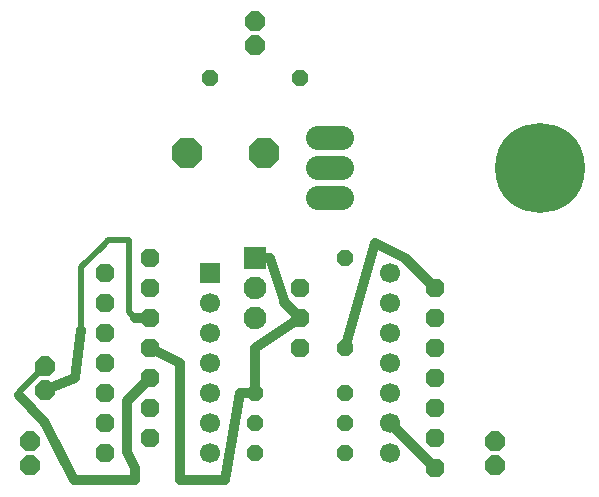
<source format=gbr>
%TF.GenerationSoftware,KiCad,Pcbnew,7.0.9*%
%TF.CreationDate,2023-11-20T12:38:18-05:00*%
%TF.ProjectId,brobot_v1,62726f62-6f74-45f7-9631-2e6b69636164,rev?*%
%TF.SameCoordinates,Original*%
%TF.FileFunction,Copper,L16,Bot*%
%TF.FilePolarity,Positive*%
%FSLAX46Y46*%
G04 Gerber Fmt 4.6, Leading zero omitted, Abs format (unit mm)*
G04 Created by KiCad (PCBNEW 7.0.9) date 2023-11-20 12:38:18*
%MOMM*%
%LPD*%
G01*
G04 APERTURE LIST*
G04 Aperture macros list*
%AMOutline5P*
0 Free polygon, 5 corners , with rotation*
0 The origin of the aperture is its center*
0 number of corners: always 5*
0 $1 to $10 corner X, Y*
0 $11 Rotation angle, in degrees counterclockwise*
0 create outline with 5 corners*
4,1,5,$1,$2,$3,$4,$5,$6,$7,$8,$9,$10,$1,$2,$11*%
%AMOutline6P*
0 Free polygon, 6 corners , with rotation*
0 The origin of the aperture is its center*
0 number of corners: always 6*
0 $1 to $12 corner X, Y*
0 $13 Rotation angle, in degrees counterclockwise*
0 create outline with 6 corners*
4,1,6,$1,$2,$3,$4,$5,$6,$7,$8,$9,$10,$11,$12,$1,$2,$13*%
%AMOutline7P*
0 Free polygon, 7 corners , with rotation*
0 The origin of the aperture is its center*
0 number of corners: always 7*
0 $1 to $14 corner X, Y*
0 $15 Rotation angle, in degrees counterclockwise*
0 create outline with 7 corners*
4,1,7,$1,$2,$3,$4,$5,$6,$7,$8,$9,$10,$11,$12,$13,$14,$1,$2,$15*%
%AMOutline8P*
0 Free polygon, 8 corners , with rotation*
0 The origin of the aperture is its center*
0 number of corners: always 8*
0 $1 to $16 corner X, Y*
0 $17 Rotation angle, in degrees counterclockwise*
0 create outline with 8 corners*
4,1,8,$1,$2,$3,$4,$5,$6,$7,$8,$9,$10,$11,$12,$13,$14,$15,$16,$1,$2,$17*%
G04 Aperture macros list end*
%TA.AperFunction,ComponentPad*%
%ADD10C,1.700000*%
%TD*%
%TA.AperFunction,ComponentPad*%
%ADD11R,1.700000X1.700000*%
%TD*%
%TA.AperFunction,ComponentPad*%
%ADD12C,7.620000*%
%TD*%
%TA.AperFunction,ComponentPad*%
%ADD13O,4.064000X2.032000*%
%TD*%
%TA.AperFunction,ComponentPad*%
%ADD14Outline8P,-0.800100X0.331412X-0.331412X0.800100X0.331412X0.800100X0.800100X0.331412X0.800100X-0.331412X0.331412X-0.800100X-0.331412X-0.800100X-0.800100X-0.331412X0.000000*%
%TD*%
%TA.AperFunction,ComponentPad*%
%ADD15Outline8P,-0.660400X0.273547X-0.273547X0.660400X0.273547X0.660400X0.660400X0.273547X0.660400X-0.273547X0.273547X-0.660400X-0.273547X-0.660400X-0.660400X-0.273547X180.000000*%
%TD*%
%TA.AperFunction,ComponentPad*%
%ADD16Outline8P,-0.660400X0.273547X-0.273547X0.660400X0.273547X0.660400X0.660400X0.273547X0.660400X-0.273547X0.273547X-0.660400X-0.273547X-0.660400X-0.660400X-0.273547X0.000000*%
%TD*%
%TA.AperFunction,ComponentPad*%
%ADD17Outline8P,-0.660400X0.273547X-0.273547X0.660400X0.273547X0.660400X0.660400X0.273547X0.660400X-0.273547X0.273547X-0.660400X-0.273547X-0.660400X-0.660400X-0.273547X270.000000*%
%TD*%
%TA.AperFunction,ComponentPad*%
%ADD18Outline8P,-0.838200X0.347194X-0.347194X0.838200X0.347194X0.838200X0.838200X0.347194X0.838200X-0.347194X0.347194X-0.838200X-0.347194X-0.838200X-0.838200X-0.347194X90.000000*%
%TD*%
%TA.AperFunction,ComponentPad*%
%ADD19Outline8P,-0.838200X0.347194X-0.347194X0.838200X0.347194X0.838200X0.838200X0.347194X0.838200X-0.347194X0.347194X-0.838200X-0.347194X-0.838200X-0.838200X-0.347194X270.000000*%
%TD*%
%TA.AperFunction,ComponentPad*%
%ADD20Outline8P,-1.270000X0.526051X-0.526051X1.270000X0.526051X1.270000X1.270000X0.526051X1.270000X-0.526051X0.526051X-1.270000X-0.526051X-1.270000X-1.270000X-0.526051X0.000000*%
%TD*%
%TA.AperFunction,ComponentPad*%
%ADD21C,1.930400*%
%TD*%
%TA.AperFunction,ComponentPad*%
%ADD22R,1.930400X1.930400*%
%TD*%
%TA.AperFunction,Conductor*%
%ADD23C,0.500000*%
%TD*%
%TA.AperFunction,Conductor*%
%ADD24C,0.812800*%
%TD*%
G04 APERTURE END LIST*
D10*
%TO.P,U1,14*%
%TO.N,VCC5V*%
X159296100Y-109448600D03*
%TO.P,U1,13*%
%TO.N,GND*%
X159296100Y-111988600D03*
%TO.P,U1,12*%
%TO.N,N/C*%
X159296100Y-114528600D03*
%TO.P,U1,11*%
X159296100Y-117068600D03*
%TO.P,U1,10*%
X159296100Y-119608600D03*
%TO.P,U1,9*%
%TO.N,IN5*%
X159296100Y-122148600D03*
%TO.P,U1,8*%
%TO.N,IN6*%
X159296100Y-124688600D03*
%TO.P,U1,7*%
%TO.N,N/C*%
X144056100Y-124688600D03*
%TO.P,U1,6*%
%TO.N,SCL*%
X144056100Y-122148600D03*
%TO.P,U1,5*%
%TO.N,SDA*%
X144056100Y-119608600D03*
%TO.P,U1,4*%
%TO.N,IN4*%
X144056100Y-117068600D03*
%TO.P,U1,3*%
%TO.N,IN3*%
X144056100Y-114528600D03*
%TO.P,U1,2*%
%TO.N,IN2*%
X144056100Y-111988600D03*
D11*
%TO.P,U1,1*%
%TO.N,IN1*%
X144056100Y-109448600D03*
%TD*%
D12*
%TO.P,U2,HEAT*%
%TO.N,GND*%
X171996100Y-100558600D03*
D13*
%TO.P,U2,3*%
%TO.N,VCC5V*%
X154216100Y-103098600D03*
%TO.P,U2,2*%
%TO.N,GND*%
X154216100Y-100558600D03*
%TO.P,U2,1*%
%TO.N,VCC*%
X154216100Y-98018600D03*
%TD*%
D14*
%TO.P,PAD39,1*%
%TO.N,VOUT*%
X151676100Y-110718600D03*
%TD*%
%TO.P,PAD40,1*%
%TO.N,GND*%
X151676100Y-113258600D03*
%TD*%
%TO.P,PAD41,1*%
%TO.N,REFV*%
X151676100Y-115798600D03*
%TD*%
D15*
%TO.P,R1,2*%
%TO.N,GND*%
X147866100Y-119608600D03*
%TO.P,R1,1*%
%TO.N,REFV*%
X155486100Y-119608600D03*
%TD*%
D16*
%TO.P,R2,2*%
%TO.N,VCC*%
X155486100Y-124688600D03*
%TO.P,R2,1*%
%TO.N,SERIES*%
X147866100Y-124688600D03*
%TD*%
%TO.P,R3,2*%
%TO.N,REFV*%
X155486100Y-122148600D03*
%TO.P,R3,1*%
%TO.N,SERIES*%
X147866100Y-122148600D03*
%TD*%
D17*
%TO.P,R4,2*%
%TO.N,VCC*%
X155486100Y-115798600D03*
%TO.P,R4,1*%
%TO.N,VOUT*%
X155486100Y-108178600D03*
%TD*%
D18*
%TO.P,P1,1*%
%TO.N,GNDM1*%
X128816100Y-123688600D03*
%TO.P,P1,2*%
%TO.N,VCCM1*%
X128816100Y-125688600D03*
%TD*%
D19*
%TO.P,P2,1*%
%TO.N,GNDM2*%
X130086100Y-119338600D03*
%TO.P,P2,2*%
%TO.N,VCCM2*%
X130086100Y-117338600D03*
%TD*%
%TO.P,P3,1*%
%TO.N,GNDM3*%
X168186100Y-125688600D03*
%TO.P,P3,2*%
%TO.N,VCCM3*%
X168186100Y-123688600D03*
%TD*%
D16*
%TO.P,R5,2*%
%TO.N,VCC*%
X151676100Y-92938600D03*
%TO.P,R5,1*%
%TO.N,BPOS*%
X144056100Y-92938600D03*
%TD*%
D20*
%TO.P,SP1,2*%
%TO.N,BPOS*%
X148577300Y-99288600D03*
%TO.P,SP1,1*%
%TO.N,DRAIN*%
X142074900Y-99288600D03*
%TD*%
D21*
%TO.P,Q1,3*%
%TO.N,VOUT*%
X147866100Y-113258600D03*
%TO.P,Q1,2*%
%TO.N,DRAIN*%
X147866100Y-110718600D03*
D22*
%TO.P,Q1,1*%
%TO.N,GND*%
X147866100Y-108178600D03*
%TD*%
D14*
%TO.P,PAD29,1*%
%TO.N,VCC*%
X135166100Y-124688600D03*
%TD*%
%TO.P,PAD30,1*%
%TO.N,N/C*%
X135166100Y-122148600D03*
%TD*%
%TO.P,PAD31,1*%
%TO.N,VCCM1*%
X135166100Y-119608600D03*
%TD*%
%TO.P,PAD32,1*%
%TO.N,GND*%
X135166100Y-117068600D03*
%TD*%
%TO.P,PAD33,1*%
%TO.N,GNDM1*%
X135166100Y-114528600D03*
%TD*%
%TO.P,PAD34,1*%
%TO.N,IN2*%
X135166100Y-111988600D03*
%TD*%
%TO.P,PAD35,1*%
%TO.N,IN1*%
X135166100Y-109448600D03*
%TD*%
%TO.P,PAD36,1*%
%TO.N,IN3*%
X138976100Y-108178600D03*
%TD*%
%TO.P,PAD42,1*%
%TO.N,IN4*%
X138976100Y-110718600D03*
%TD*%
%TO.P,PAD43,1*%
%TO.N,GNDM2*%
X138976100Y-113258600D03*
%TD*%
%TO.P,PAD44,1*%
%TO.N,GND*%
X138976100Y-115798600D03*
%TD*%
%TO.P,PAD45,1*%
%TO.N,VCCM2*%
X138976100Y-118338600D03*
%TD*%
%TO.P,PAD46,1*%
%TO.N,N/C*%
X138976100Y-120878600D03*
%TD*%
%TO.P,PAD47,1*%
%TO.N,VCC*%
X138976100Y-123418600D03*
%TD*%
%TO.P,PAD48,1*%
%TO.N,VCC*%
X163106100Y-110718600D03*
%TD*%
%TO.P,PAD49,1*%
%TO.N,N/C*%
X163106100Y-113258600D03*
%TD*%
%TO.P,PAD50,1*%
%TO.N,VCCM3*%
X163106100Y-115798600D03*
%TD*%
%TO.P,PAD51,1*%
%TO.N,GND*%
X163106100Y-118338600D03*
%TD*%
%TO.P,PAD52,1*%
%TO.N,GNDM3*%
X163106100Y-120878600D03*
%TD*%
%TO.P,PAD53,1*%
%TO.N,IN6*%
X163106100Y-123418600D03*
%TD*%
%TO.P,PAD54,1*%
%TO.N,IN5*%
X163106100Y-125958600D03*
%TD*%
D19*
%TO.P,P4,1*%
%TO.N,GND*%
X147866100Y-90128600D03*
%TO.P,P4,2*%
%TO.N,VCC*%
X147866100Y-88128600D03*
%TD*%
D23*
%TO.N,GNDM2*%
X137160000Y-112712500D02*
X137706100Y-113258600D01*
X137160000Y-106680000D02*
X137160000Y-112712500D01*
X135401888Y-106680000D02*
X137160000Y-106680000D01*
X135010944Y-107070944D02*
X135401888Y-106680000D01*
X133130926Y-108950962D02*
X135010944Y-107070944D01*
X133130926Y-114300000D02*
X133130926Y-108950962D01*
D24*
X133130926Y-114300000D02*
X132626100Y-118338600D01*
D23*
%TO.N,VCCM2*%
X127862881Y-119561819D02*
X127862881Y-119788394D01*
X130086100Y-117338600D02*
X127862881Y-119561819D01*
D24*
X138976100Y-118338600D02*
X137024533Y-120290167D01*
X137024533Y-124595467D02*
X137706100Y-125958600D01*
X137024533Y-120290167D02*
X137024533Y-124595467D01*
%TO.N,GND*%
X150329900Y-111912400D02*
X150329900Y-111760000D01*
X151676100Y-113258600D02*
X150329900Y-111912400D01*
X150329900Y-111760000D02*
X149136100Y-108178600D01*
%TO.N,VCCM2*%
X137706100Y-127000000D02*
X132511800Y-127000000D01*
X137706100Y-125958600D02*
X137706100Y-127000000D01*
X132511800Y-127000000D02*
X130086100Y-122148600D01*
X127862881Y-119788394D02*
X130086100Y-122148600D01*
%TO.N,GNDM2*%
X137706100Y-113258600D02*
X138976100Y-113258600D01*
X130086100Y-119338600D02*
X132626100Y-118338600D01*
%TO.N,IN5*%
X163106100Y-125958600D02*
X159296100Y-122148600D01*
%TO.N,VCC*%
X158026100Y-106908600D02*
X155486100Y-115798600D01*
X160566100Y-108178600D02*
X158026100Y-106908600D01*
X163106100Y-110718600D02*
X160566100Y-108178600D01*
%TO.N,GND*%
X149136100Y-108178600D02*
X147866100Y-108178600D01*
X147866100Y-115798600D02*
X151676100Y-113258600D01*
X147866100Y-119608600D02*
X147866100Y-115798600D01*
X141516100Y-117068600D02*
X141516100Y-127000000D01*
X146596100Y-119608600D02*
X147866100Y-119608600D01*
X145326100Y-127000000D02*
X146596100Y-119608600D01*
X141516100Y-127000000D02*
X145326100Y-127000000D01*
X138976100Y-115798600D02*
X141516100Y-117068600D01*
%TD*%
M02*

</source>
